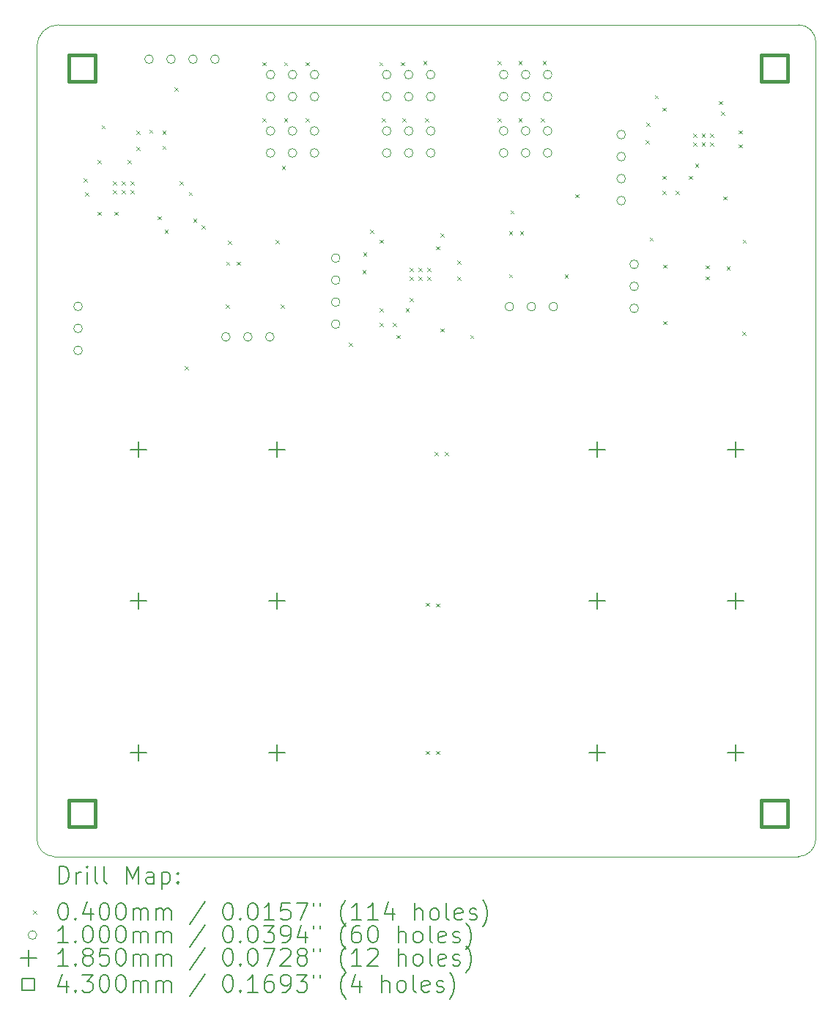
<source format=gbr>
%TF.GenerationSoftware,KiCad,Pcbnew,6.0.7*%
%TF.CreationDate,2022-11-21T21:52:06-06:00*%
%TF.ProjectId,CubesatPwrBoard,43756265-7361-4745-9077-72426f617264,rev?*%
%TF.SameCoordinates,Original*%
%TF.FileFunction,Drillmap*%
%TF.FilePolarity,Positive*%
%FSLAX45Y45*%
G04 Gerber Fmt 4.5, Leading zero omitted, Abs format (unit mm)*
G04 Created by KiCad (PCBNEW 6.0.7) date 2022-11-21 21:52:06*
%MOMM*%
%LPD*%
G01*
G04 APERTURE LIST*
%ADD10C,0.050000*%
%ADD11C,0.200000*%
%ADD12C,0.040000*%
%ADD13C,0.100000*%
%ADD14C,0.185000*%
%ADD15C,0.430000*%
G04 APERTURE END LIST*
D10*
X10665000Y-13950000D02*
X10665000Y-4800000D01*
X19465000Y-14150000D02*
G75*
G03*
X19665000Y-13950000I0J200000D01*
G01*
X10915000Y-4550000D02*
X19465000Y-4550000D01*
X19665000Y-4750000D02*
G75*
G03*
X19465000Y-4550000I-200000J0D01*
G01*
X10865000Y-14150000D02*
X19465000Y-14150000D01*
X10665000Y-13950000D02*
G75*
G03*
X10865000Y-14150000I200000J0D01*
G01*
X10915000Y-4550000D02*
G75*
G03*
X10665000Y-4800000I0J-250000D01*
G01*
X19665000Y-13950000D02*
X19665000Y-4750000D01*
D11*
D12*
X11203750Y-6325000D02*
X11243750Y-6365000D01*
X11243750Y-6325000D02*
X11203750Y-6365000D01*
X11220000Y-6483750D02*
X11260000Y-6523750D01*
X11260000Y-6483750D02*
X11220000Y-6523750D01*
X11362500Y-6108750D02*
X11402500Y-6148750D01*
X11402500Y-6108750D02*
X11362500Y-6148750D01*
X11362500Y-6708750D02*
X11402500Y-6748750D01*
X11402500Y-6708750D02*
X11362500Y-6748750D01*
X11412500Y-5708750D02*
X11452500Y-5748750D01*
X11452500Y-5708750D02*
X11412500Y-5748750D01*
X11545000Y-6358750D02*
X11585000Y-6398750D01*
X11585000Y-6358750D02*
X11545000Y-6398750D01*
X11545000Y-6458750D02*
X11585000Y-6498750D01*
X11585000Y-6458750D02*
X11545000Y-6498750D01*
X11562500Y-6708750D02*
X11602500Y-6748750D01*
X11602500Y-6708750D02*
X11562500Y-6748750D01*
X11645000Y-6358750D02*
X11685000Y-6398750D01*
X11685000Y-6358750D02*
X11645000Y-6398750D01*
X11645000Y-6458750D02*
X11685000Y-6498750D01*
X11685000Y-6458750D02*
X11645000Y-6498750D01*
X11712500Y-6108750D02*
X11752500Y-6148750D01*
X11752500Y-6108750D02*
X11712500Y-6148750D01*
X11745000Y-6358750D02*
X11785000Y-6398750D01*
X11785000Y-6358750D02*
X11745000Y-6398750D01*
X11745000Y-6458750D02*
X11785000Y-6498750D01*
X11785000Y-6458750D02*
X11745000Y-6498750D01*
X11812500Y-5772500D02*
X11852500Y-5812500D01*
X11852500Y-5772500D02*
X11812500Y-5812500D01*
X11812500Y-5958750D02*
X11852500Y-5998750D01*
X11852500Y-5958750D02*
X11812500Y-5998750D01*
X11962500Y-5758750D02*
X12002500Y-5798750D01*
X12002500Y-5758750D02*
X11962500Y-5798750D01*
X12062500Y-6758750D02*
X12102500Y-6798750D01*
X12102500Y-6758750D02*
X12062500Y-6798750D01*
X12113750Y-5773750D02*
X12153750Y-5813750D01*
X12153750Y-5773750D02*
X12113750Y-5813750D01*
X12113750Y-5946250D02*
X12153750Y-5986250D01*
X12153750Y-5946250D02*
X12113750Y-5986250D01*
X12140500Y-6913250D02*
X12180500Y-6953250D01*
X12180500Y-6913250D02*
X12140500Y-6953250D01*
X12253750Y-5275000D02*
X12293750Y-5315000D01*
X12293750Y-5275000D02*
X12253750Y-5315000D01*
X12312500Y-6358750D02*
X12352500Y-6398750D01*
X12352500Y-6358750D02*
X12312500Y-6398750D01*
X12373451Y-8488884D02*
X12413451Y-8528884D01*
X12413451Y-8488884D02*
X12373451Y-8528884D01*
X12420000Y-6480000D02*
X12460000Y-6520000D01*
X12460000Y-6480000D02*
X12420000Y-6520000D01*
X12470000Y-6790000D02*
X12510000Y-6830000D01*
X12510000Y-6790000D02*
X12470000Y-6830000D01*
X12568500Y-6867500D02*
X12608500Y-6907500D01*
X12608500Y-6867500D02*
X12568500Y-6907500D01*
X12845000Y-7781043D02*
X12885000Y-7821043D01*
X12885000Y-7781043D02*
X12845000Y-7821043D01*
X12852500Y-7283543D02*
X12892500Y-7323543D01*
X12892500Y-7283543D02*
X12852500Y-7323543D01*
X12870000Y-7042293D02*
X12910000Y-7082293D01*
X12910000Y-7042293D02*
X12870000Y-7082293D01*
X12972500Y-7283543D02*
X13012500Y-7323543D01*
X13012500Y-7283543D02*
X12972500Y-7323543D01*
X13270000Y-4980000D02*
X13310000Y-5020000D01*
X13310000Y-4980000D02*
X13270000Y-5020000D01*
X13270000Y-5630000D02*
X13310000Y-5670000D01*
X13310000Y-5630000D02*
X13270000Y-5670000D01*
X13420000Y-7031043D02*
X13460000Y-7071043D01*
X13460000Y-7031043D02*
X13420000Y-7071043D01*
X13483500Y-7780000D02*
X13523500Y-7820000D01*
X13523500Y-7780000D02*
X13483500Y-7820000D01*
X13495000Y-6180000D02*
X13535000Y-6220000D01*
X13535000Y-6180000D02*
X13495000Y-6220000D01*
X13520000Y-4980000D02*
X13560000Y-5020000D01*
X13560000Y-4980000D02*
X13520000Y-5020000D01*
X13520000Y-5630000D02*
X13560000Y-5670000D01*
X13560000Y-5630000D02*
X13520000Y-5670000D01*
X13770000Y-4980000D02*
X13810000Y-5020000D01*
X13810000Y-4980000D02*
X13770000Y-5020000D01*
X13770000Y-5630000D02*
X13810000Y-5670000D01*
X13810000Y-5630000D02*
X13770000Y-5670000D01*
X14270000Y-8216250D02*
X14310000Y-8256250D01*
X14310000Y-8216250D02*
X14270000Y-8256250D01*
X14425155Y-7380000D02*
X14465155Y-7420000D01*
X14465155Y-7380000D02*
X14425155Y-7420000D01*
X14433905Y-7180000D02*
X14473905Y-7220000D01*
X14473905Y-7180000D02*
X14433905Y-7220000D01*
X14512655Y-6917500D02*
X14552655Y-6957500D01*
X14552655Y-6917500D02*
X14512655Y-6957500D01*
X14620000Y-4980000D02*
X14660000Y-5020000D01*
X14660000Y-4980000D02*
X14620000Y-5020000D01*
X14625155Y-7030000D02*
X14665155Y-7070000D01*
X14665155Y-7030000D02*
X14625155Y-7070000D01*
X14625155Y-7818750D02*
X14665155Y-7858750D01*
X14665155Y-7818750D02*
X14625155Y-7858750D01*
X14625155Y-7991250D02*
X14665155Y-8031250D01*
X14665155Y-7991250D02*
X14625155Y-8031250D01*
X14650000Y-5630000D02*
X14690000Y-5670000D01*
X14690000Y-5630000D02*
X14650000Y-5670000D01*
X14775155Y-7991250D02*
X14815155Y-8031250D01*
X14815155Y-7991250D02*
X14775155Y-8031250D01*
X14820000Y-8130000D02*
X14860000Y-8170000D01*
X14860000Y-8130000D02*
X14820000Y-8170000D01*
X14870000Y-4980000D02*
X14910000Y-5020000D01*
X14910000Y-4980000D02*
X14870000Y-5020000D01*
X14890000Y-5630000D02*
X14930000Y-5670000D01*
X14930000Y-5630000D02*
X14890000Y-5670000D01*
X14925155Y-7818750D02*
X14965155Y-7858750D01*
X14965155Y-7818750D02*
X14925155Y-7858750D01*
X14975155Y-7355000D02*
X15015155Y-7395000D01*
X15015155Y-7355000D02*
X14975155Y-7395000D01*
X14975155Y-7455000D02*
X15015155Y-7495000D01*
X15015155Y-7455000D02*
X14975155Y-7495000D01*
X14975155Y-7705000D02*
X15015155Y-7745000D01*
X15015155Y-7705000D02*
X14975155Y-7745000D01*
X15075155Y-7355000D02*
X15115155Y-7395000D01*
X15115155Y-7355000D02*
X15075155Y-7395000D01*
X15075155Y-7455000D02*
X15115155Y-7495000D01*
X15115155Y-7455000D02*
X15075155Y-7495000D01*
X15130000Y-4970000D02*
X15170000Y-5010000D01*
X15170000Y-4970000D02*
X15130000Y-5010000D01*
X15150000Y-5630000D02*
X15190000Y-5670000D01*
X15190000Y-5630000D02*
X15150000Y-5670000D01*
X15160000Y-11220000D02*
X15200000Y-11260000D01*
X15200000Y-11220000D02*
X15160000Y-11260000D01*
X15160000Y-12930000D02*
X15200000Y-12970000D01*
X15200000Y-12930000D02*
X15160000Y-12970000D01*
X15175155Y-7355000D02*
X15215155Y-7395000D01*
X15215155Y-7355000D02*
X15175155Y-7395000D01*
X15175155Y-7455000D02*
X15215155Y-7495000D01*
X15215155Y-7455000D02*
X15175155Y-7495000D01*
X15260000Y-9480000D02*
X15300000Y-9520000D01*
X15300000Y-9480000D02*
X15260000Y-9520000D01*
X15275155Y-7105000D02*
X15315155Y-7145000D01*
X15315155Y-7105000D02*
X15275155Y-7145000D01*
X15280000Y-11230000D02*
X15320000Y-11270000D01*
X15320000Y-11230000D02*
X15280000Y-11270000D01*
X15280000Y-12930000D02*
X15320000Y-12970000D01*
X15320000Y-12930000D02*
X15280000Y-12970000D01*
X15325155Y-6955000D02*
X15365155Y-6995000D01*
X15365155Y-6955000D02*
X15325155Y-6995000D01*
X15325155Y-8055000D02*
X15365155Y-8095000D01*
X15365155Y-8055000D02*
X15325155Y-8095000D01*
X15380000Y-9480000D02*
X15420000Y-9520000D01*
X15420000Y-9480000D02*
X15380000Y-9520000D01*
X15525155Y-7268750D02*
X15565155Y-7308750D01*
X15565155Y-7268750D02*
X15525155Y-7308750D01*
X15525155Y-7455000D02*
X15565155Y-7495000D01*
X15565155Y-7455000D02*
X15525155Y-7495000D01*
X15670000Y-8130000D02*
X15710000Y-8170000D01*
X15710000Y-8130000D02*
X15670000Y-8170000D01*
X15990000Y-4970000D02*
X16030000Y-5010000D01*
X16030000Y-4970000D02*
X15990000Y-5010000D01*
X15990000Y-5630000D02*
X16030000Y-5670000D01*
X16030000Y-5630000D02*
X15990000Y-5670000D01*
X16120000Y-6932500D02*
X16160000Y-6972500D01*
X16160000Y-6932500D02*
X16120000Y-6972500D01*
X16120000Y-7427500D02*
X16160000Y-7467500D01*
X16160000Y-7427500D02*
X16120000Y-7467500D01*
X16137500Y-6691250D02*
X16177500Y-6731250D01*
X16177500Y-6691250D02*
X16137500Y-6731250D01*
X16230000Y-4970000D02*
X16270000Y-5010000D01*
X16270000Y-4970000D02*
X16230000Y-5010000D01*
X16230000Y-5630000D02*
X16270000Y-5670000D01*
X16270000Y-5630000D02*
X16230000Y-5670000D01*
X16247000Y-6932500D02*
X16287000Y-6972500D01*
X16287000Y-6932500D02*
X16247000Y-6972500D01*
X16490000Y-5630000D02*
X16530000Y-5670000D01*
X16530000Y-5630000D02*
X16490000Y-5670000D01*
X16510000Y-4970000D02*
X16550000Y-5010000D01*
X16550000Y-4970000D02*
X16510000Y-5010000D01*
X16762500Y-7430000D02*
X16802500Y-7470000D01*
X16802500Y-7430000D02*
X16762500Y-7470000D01*
X16887500Y-6505000D02*
X16927500Y-6545000D01*
X16927500Y-6505000D02*
X16887500Y-6545000D01*
X17696125Y-5880000D02*
X17736125Y-5920000D01*
X17736125Y-5880000D02*
X17696125Y-5920000D01*
X17704875Y-5680000D02*
X17744875Y-5720000D01*
X17744875Y-5680000D02*
X17704875Y-5720000D01*
X17746125Y-7005000D02*
X17786125Y-7045000D01*
X17786125Y-7005000D02*
X17746125Y-7045000D01*
X17804445Y-5361820D02*
X17844445Y-5401820D01*
X17844445Y-5361820D02*
X17804445Y-5401820D01*
X17896125Y-5505000D02*
X17936125Y-5545000D01*
X17936125Y-5505000D02*
X17896125Y-5545000D01*
X17896125Y-6293750D02*
X17936125Y-6333750D01*
X17936125Y-6293750D02*
X17896125Y-6333750D01*
X17896125Y-6466250D02*
X17936125Y-6506250D01*
X17936125Y-6466250D02*
X17896125Y-6506250D01*
X17900457Y-7318500D02*
X17940457Y-7358500D01*
X17940457Y-7318500D02*
X17900457Y-7358500D01*
X17900457Y-7968500D02*
X17940457Y-8008500D01*
X17940457Y-7968500D02*
X17900457Y-8008500D01*
X18046125Y-6466250D02*
X18086125Y-6506250D01*
X18086125Y-6466250D02*
X18046125Y-6506250D01*
X18196125Y-6293750D02*
X18236125Y-6333750D01*
X18236125Y-6293750D02*
X18196125Y-6333750D01*
X18246125Y-5805000D02*
X18286125Y-5845000D01*
X18286125Y-5805000D02*
X18246125Y-5845000D01*
X18246125Y-5905000D02*
X18286125Y-5945000D01*
X18286125Y-5905000D02*
X18246125Y-5945000D01*
X18271125Y-6155000D02*
X18311125Y-6195000D01*
X18311125Y-6155000D02*
X18271125Y-6195000D01*
X18346125Y-5805000D02*
X18386125Y-5845000D01*
X18386125Y-5805000D02*
X18346125Y-5845000D01*
X18346125Y-5905000D02*
X18386125Y-5945000D01*
X18386125Y-5905000D02*
X18346125Y-5945000D01*
X18393457Y-7326000D02*
X18433457Y-7366000D01*
X18433457Y-7326000D02*
X18393457Y-7366000D01*
X18393457Y-7453000D02*
X18433457Y-7493000D01*
X18433457Y-7453000D02*
X18393457Y-7493000D01*
X18446125Y-5805000D02*
X18486125Y-5845000D01*
X18486125Y-5805000D02*
X18446125Y-5845000D01*
X18446125Y-5905000D02*
X18486125Y-5945000D01*
X18486125Y-5905000D02*
X18446125Y-5945000D01*
X18546125Y-5430000D02*
X18586125Y-5470000D01*
X18586125Y-5430000D02*
X18546125Y-5470000D01*
X18571125Y-5555000D02*
X18611125Y-5595000D01*
X18611125Y-5555000D02*
X18571125Y-5595000D01*
X18596125Y-6530000D02*
X18636125Y-6570000D01*
X18636125Y-6530000D02*
X18596125Y-6570000D01*
X18633457Y-7341000D02*
X18673457Y-7381000D01*
X18673457Y-7341000D02*
X18633457Y-7381000D01*
X18771125Y-5768750D02*
X18811125Y-5808750D01*
X18811125Y-5768750D02*
X18771125Y-5808750D01*
X18771125Y-5930000D02*
X18811125Y-5970000D01*
X18811125Y-5930000D02*
X18771125Y-5970000D01*
X18813457Y-8091000D02*
X18853457Y-8131000D01*
X18853457Y-8091000D02*
X18813457Y-8131000D01*
X18820000Y-7030000D02*
X18860000Y-7070000D01*
X18860000Y-7030000D02*
X18820000Y-7070000D01*
D13*
X11190000Y-7800000D02*
G75*
G03*
X11190000Y-7800000I-50000J0D01*
G01*
X11190000Y-8054000D02*
G75*
G03*
X11190000Y-8054000I-50000J0D01*
G01*
X11190000Y-8308000D02*
G75*
G03*
X11190000Y-8308000I-50000J0D01*
G01*
X12010000Y-4947500D02*
G75*
G03*
X12010000Y-4947500I-50000J0D01*
G01*
X12264000Y-4947500D02*
G75*
G03*
X12264000Y-4947500I-50000J0D01*
G01*
X12518000Y-4947500D02*
G75*
G03*
X12518000Y-4947500I-50000J0D01*
G01*
X12772000Y-4947500D02*
G75*
G03*
X12772000Y-4947500I-50000J0D01*
G01*
X12898000Y-8152500D02*
G75*
G03*
X12898000Y-8152500I-50000J0D01*
G01*
X13152000Y-8152500D02*
G75*
G03*
X13152000Y-8152500I-50000J0D01*
G01*
X13406000Y-8152500D02*
G75*
G03*
X13406000Y-8152500I-50000J0D01*
G01*
X13414000Y-5125000D02*
G75*
G03*
X13414000Y-5125000I-50000J0D01*
G01*
X13414000Y-5379000D02*
G75*
G03*
X13414000Y-5379000I-50000J0D01*
G01*
X13414000Y-5775000D02*
G75*
G03*
X13414000Y-5775000I-50000J0D01*
G01*
X13414000Y-6029000D02*
G75*
G03*
X13414000Y-6029000I-50000J0D01*
G01*
X13668000Y-5125000D02*
G75*
G03*
X13668000Y-5125000I-50000J0D01*
G01*
X13668000Y-5379000D02*
G75*
G03*
X13668000Y-5379000I-50000J0D01*
G01*
X13668000Y-5775000D02*
G75*
G03*
X13668000Y-5775000I-50000J0D01*
G01*
X13668000Y-6029000D02*
G75*
G03*
X13668000Y-6029000I-50000J0D01*
G01*
X13922000Y-5125000D02*
G75*
G03*
X13922000Y-5125000I-50000J0D01*
G01*
X13922000Y-5379000D02*
G75*
G03*
X13922000Y-5379000I-50000J0D01*
G01*
X13922000Y-5775000D02*
G75*
G03*
X13922000Y-5775000I-50000J0D01*
G01*
X13922000Y-6029000D02*
G75*
G03*
X13922000Y-6029000I-50000J0D01*
G01*
X14167655Y-7243000D02*
G75*
G03*
X14167655Y-7243000I-50000J0D01*
G01*
X14167655Y-7497000D02*
G75*
G03*
X14167655Y-7497000I-50000J0D01*
G01*
X14167655Y-7751000D02*
G75*
G03*
X14167655Y-7751000I-50000J0D01*
G01*
X14167655Y-8005000D02*
G75*
G03*
X14167655Y-8005000I-50000J0D01*
G01*
X14757000Y-5125000D02*
G75*
G03*
X14757000Y-5125000I-50000J0D01*
G01*
X14757000Y-5379000D02*
G75*
G03*
X14757000Y-5379000I-50000J0D01*
G01*
X14757000Y-5775000D02*
G75*
G03*
X14757000Y-5775000I-50000J0D01*
G01*
X14757000Y-6029000D02*
G75*
G03*
X14757000Y-6029000I-50000J0D01*
G01*
X15011000Y-5125000D02*
G75*
G03*
X15011000Y-5125000I-50000J0D01*
G01*
X15011000Y-5379000D02*
G75*
G03*
X15011000Y-5379000I-50000J0D01*
G01*
X15011000Y-5775000D02*
G75*
G03*
X15011000Y-5775000I-50000J0D01*
G01*
X15011000Y-6029000D02*
G75*
G03*
X15011000Y-6029000I-50000J0D01*
G01*
X15265000Y-5125000D02*
G75*
G03*
X15265000Y-5125000I-50000J0D01*
G01*
X15265000Y-5379000D02*
G75*
G03*
X15265000Y-5379000I-50000J0D01*
G01*
X15265000Y-5775000D02*
G75*
G03*
X15265000Y-5775000I-50000J0D01*
G01*
X15265000Y-6029000D02*
G75*
G03*
X15265000Y-6029000I-50000J0D01*
G01*
X16108500Y-5125000D02*
G75*
G03*
X16108500Y-5125000I-50000J0D01*
G01*
X16108500Y-5379000D02*
G75*
G03*
X16108500Y-5379000I-50000J0D01*
G01*
X16108500Y-5775000D02*
G75*
G03*
X16108500Y-5775000I-50000J0D01*
G01*
X16108500Y-6029000D02*
G75*
G03*
X16108500Y-6029000I-50000J0D01*
G01*
X16174500Y-7802500D02*
G75*
G03*
X16174500Y-7802500I-50000J0D01*
G01*
X16362500Y-5125000D02*
G75*
G03*
X16362500Y-5125000I-50000J0D01*
G01*
X16362500Y-5379000D02*
G75*
G03*
X16362500Y-5379000I-50000J0D01*
G01*
X16362500Y-5775000D02*
G75*
G03*
X16362500Y-5775000I-50000J0D01*
G01*
X16362500Y-6029000D02*
G75*
G03*
X16362500Y-6029000I-50000J0D01*
G01*
X16428500Y-7802500D02*
G75*
G03*
X16428500Y-7802500I-50000J0D01*
G01*
X16616500Y-5125000D02*
G75*
G03*
X16616500Y-5125000I-50000J0D01*
G01*
X16616500Y-5379000D02*
G75*
G03*
X16616500Y-5379000I-50000J0D01*
G01*
X16616500Y-5775000D02*
G75*
G03*
X16616500Y-5775000I-50000J0D01*
G01*
X16616500Y-6029000D02*
G75*
G03*
X16616500Y-6029000I-50000J0D01*
G01*
X16682500Y-7802500D02*
G75*
G03*
X16682500Y-7802500I-50000J0D01*
G01*
X17466125Y-5818000D02*
G75*
G03*
X17466125Y-5818000I-50000J0D01*
G01*
X17466125Y-6072000D02*
G75*
G03*
X17466125Y-6072000I-50000J0D01*
G01*
X17466125Y-6326000D02*
G75*
G03*
X17466125Y-6326000I-50000J0D01*
G01*
X17466125Y-6580000D02*
G75*
G03*
X17466125Y-6580000I-50000J0D01*
G01*
X17615957Y-7315500D02*
G75*
G03*
X17615957Y-7315500I-50000J0D01*
G01*
X17615957Y-7569500D02*
G75*
G03*
X17615957Y-7569500I-50000J0D01*
G01*
X17615957Y-7823500D02*
G75*
G03*
X17615957Y-7823500I-50000J0D01*
G01*
D14*
X11840000Y-9357500D02*
X11840000Y-9542500D01*
X11747500Y-9450000D02*
X11932500Y-9450000D01*
X11840000Y-11107500D02*
X11840000Y-11292500D01*
X11747500Y-11200000D02*
X11932500Y-11200000D01*
X11840000Y-12857500D02*
X11840000Y-13042500D01*
X11747500Y-12950000D02*
X11932500Y-12950000D01*
X13440000Y-9357500D02*
X13440000Y-9542500D01*
X13347500Y-9450000D02*
X13532500Y-9450000D01*
X13440000Y-11107500D02*
X13440000Y-11292500D01*
X13347500Y-11200000D02*
X13532500Y-11200000D01*
X13440000Y-12857500D02*
X13440000Y-13042500D01*
X13347500Y-12950000D02*
X13532500Y-12950000D01*
X17140000Y-9357500D02*
X17140000Y-9542500D01*
X17047500Y-9450000D02*
X17232500Y-9450000D01*
X17140000Y-11107500D02*
X17140000Y-11292500D01*
X17047500Y-11200000D02*
X17232500Y-11200000D01*
X17140000Y-12857500D02*
X17140000Y-13042500D01*
X17047500Y-12950000D02*
X17232500Y-12950000D01*
X18740000Y-9357500D02*
X18740000Y-9542500D01*
X18647500Y-9450000D02*
X18832500Y-9450000D01*
X18740000Y-11107500D02*
X18740000Y-11292500D01*
X18647500Y-11200000D02*
X18832500Y-11200000D01*
X18740000Y-12857500D02*
X18740000Y-13042500D01*
X18647500Y-12950000D02*
X18832500Y-12950000D01*
D15*
X11342029Y-5202029D02*
X11342029Y-4897971D01*
X11037971Y-4897971D01*
X11037971Y-5202029D01*
X11342029Y-5202029D01*
X11342029Y-13802029D02*
X11342029Y-13497971D01*
X11037971Y-13497971D01*
X11037971Y-13802029D01*
X11342029Y-13802029D01*
X19342029Y-5202029D02*
X19342029Y-4897971D01*
X19037971Y-4897971D01*
X19037971Y-5202029D01*
X19342029Y-5202029D01*
X19342029Y-13802029D02*
X19342029Y-13497971D01*
X19037971Y-13497971D01*
X19037971Y-13802029D01*
X19342029Y-13802029D01*
D11*
X10920119Y-14462976D02*
X10920119Y-14262976D01*
X10967738Y-14262976D01*
X10996310Y-14272500D01*
X11015357Y-14291548D01*
X11024881Y-14310595D01*
X11034405Y-14348690D01*
X11034405Y-14377262D01*
X11024881Y-14415357D01*
X11015357Y-14434405D01*
X10996310Y-14453452D01*
X10967738Y-14462976D01*
X10920119Y-14462976D01*
X11120119Y-14462976D02*
X11120119Y-14329643D01*
X11120119Y-14367738D02*
X11129643Y-14348690D01*
X11139167Y-14339167D01*
X11158214Y-14329643D01*
X11177262Y-14329643D01*
X11243928Y-14462976D02*
X11243928Y-14329643D01*
X11243928Y-14262976D02*
X11234405Y-14272500D01*
X11243928Y-14282024D01*
X11253452Y-14272500D01*
X11243928Y-14262976D01*
X11243928Y-14282024D01*
X11367738Y-14462976D02*
X11348690Y-14453452D01*
X11339167Y-14434405D01*
X11339167Y-14262976D01*
X11472500Y-14462976D02*
X11453452Y-14453452D01*
X11443928Y-14434405D01*
X11443928Y-14262976D01*
X11701071Y-14462976D02*
X11701071Y-14262976D01*
X11767738Y-14405833D01*
X11834405Y-14262976D01*
X11834405Y-14462976D01*
X12015357Y-14462976D02*
X12015357Y-14358214D01*
X12005833Y-14339167D01*
X11986786Y-14329643D01*
X11948690Y-14329643D01*
X11929643Y-14339167D01*
X12015357Y-14453452D02*
X11996309Y-14462976D01*
X11948690Y-14462976D01*
X11929643Y-14453452D01*
X11920119Y-14434405D01*
X11920119Y-14415357D01*
X11929643Y-14396309D01*
X11948690Y-14386786D01*
X11996309Y-14386786D01*
X12015357Y-14377262D01*
X12110595Y-14329643D02*
X12110595Y-14529643D01*
X12110595Y-14339167D02*
X12129643Y-14329643D01*
X12167738Y-14329643D01*
X12186786Y-14339167D01*
X12196309Y-14348690D01*
X12205833Y-14367738D01*
X12205833Y-14424881D01*
X12196309Y-14443928D01*
X12186786Y-14453452D01*
X12167738Y-14462976D01*
X12129643Y-14462976D01*
X12110595Y-14453452D01*
X12291548Y-14443928D02*
X12301071Y-14453452D01*
X12291548Y-14462976D01*
X12282024Y-14453452D01*
X12291548Y-14443928D01*
X12291548Y-14462976D01*
X12291548Y-14339167D02*
X12301071Y-14348690D01*
X12291548Y-14358214D01*
X12282024Y-14348690D01*
X12291548Y-14339167D01*
X12291548Y-14358214D01*
D12*
X10622500Y-14772500D02*
X10662500Y-14812500D01*
X10662500Y-14772500D02*
X10622500Y-14812500D01*
D11*
X10958214Y-14682976D02*
X10977262Y-14682976D01*
X10996310Y-14692500D01*
X11005833Y-14702024D01*
X11015357Y-14721071D01*
X11024881Y-14759167D01*
X11024881Y-14806786D01*
X11015357Y-14844881D01*
X11005833Y-14863928D01*
X10996310Y-14873452D01*
X10977262Y-14882976D01*
X10958214Y-14882976D01*
X10939167Y-14873452D01*
X10929643Y-14863928D01*
X10920119Y-14844881D01*
X10910595Y-14806786D01*
X10910595Y-14759167D01*
X10920119Y-14721071D01*
X10929643Y-14702024D01*
X10939167Y-14692500D01*
X10958214Y-14682976D01*
X11110595Y-14863928D02*
X11120119Y-14873452D01*
X11110595Y-14882976D01*
X11101071Y-14873452D01*
X11110595Y-14863928D01*
X11110595Y-14882976D01*
X11291548Y-14749643D02*
X11291548Y-14882976D01*
X11243928Y-14673452D02*
X11196309Y-14816309D01*
X11320119Y-14816309D01*
X11434405Y-14682976D02*
X11453452Y-14682976D01*
X11472500Y-14692500D01*
X11482024Y-14702024D01*
X11491548Y-14721071D01*
X11501071Y-14759167D01*
X11501071Y-14806786D01*
X11491548Y-14844881D01*
X11482024Y-14863928D01*
X11472500Y-14873452D01*
X11453452Y-14882976D01*
X11434405Y-14882976D01*
X11415357Y-14873452D01*
X11405833Y-14863928D01*
X11396309Y-14844881D01*
X11386786Y-14806786D01*
X11386786Y-14759167D01*
X11396309Y-14721071D01*
X11405833Y-14702024D01*
X11415357Y-14692500D01*
X11434405Y-14682976D01*
X11624881Y-14682976D02*
X11643928Y-14682976D01*
X11662976Y-14692500D01*
X11672500Y-14702024D01*
X11682024Y-14721071D01*
X11691548Y-14759167D01*
X11691548Y-14806786D01*
X11682024Y-14844881D01*
X11672500Y-14863928D01*
X11662976Y-14873452D01*
X11643928Y-14882976D01*
X11624881Y-14882976D01*
X11605833Y-14873452D01*
X11596309Y-14863928D01*
X11586786Y-14844881D01*
X11577262Y-14806786D01*
X11577262Y-14759167D01*
X11586786Y-14721071D01*
X11596309Y-14702024D01*
X11605833Y-14692500D01*
X11624881Y-14682976D01*
X11777262Y-14882976D02*
X11777262Y-14749643D01*
X11777262Y-14768690D02*
X11786786Y-14759167D01*
X11805833Y-14749643D01*
X11834405Y-14749643D01*
X11853452Y-14759167D01*
X11862976Y-14778214D01*
X11862976Y-14882976D01*
X11862976Y-14778214D02*
X11872500Y-14759167D01*
X11891548Y-14749643D01*
X11920119Y-14749643D01*
X11939167Y-14759167D01*
X11948690Y-14778214D01*
X11948690Y-14882976D01*
X12043928Y-14882976D02*
X12043928Y-14749643D01*
X12043928Y-14768690D02*
X12053452Y-14759167D01*
X12072500Y-14749643D01*
X12101071Y-14749643D01*
X12120119Y-14759167D01*
X12129643Y-14778214D01*
X12129643Y-14882976D01*
X12129643Y-14778214D02*
X12139167Y-14759167D01*
X12158214Y-14749643D01*
X12186786Y-14749643D01*
X12205833Y-14759167D01*
X12215357Y-14778214D01*
X12215357Y-14882976D01*
X12605833Y-14673452D02*
X12434405Y-14930595D01*
X12862976Y-14682976D02*
X12882024Y-14682976D01*
X12901071Y-14692500D01*
X12910595Y-14702024D01*
X12920119Y-14721071D01*
X12929643Y-14759167D01*
X12929643Y-14806786D01*
X12920119Y-14844881D01*
X12910595Y-14863928D01*
X12901071Y-14873452D01*
X12882024Y-14882976D01*
X12862976Y-14882976D01*
X12843928Y-14873452D01*
X12834405Y-14863928D01*
X12824881Y-14844881D01*
X12815357Y-14806786D01*
X12815357Y-14759167D01*
X12824881Y-14721071D01*
X12834405Y-14702024D01*
X12843928Y-14692500D01*
X12862976Y-14682976D01*
X13015357Y-14863928D02*
X13024881Y-14873452D01*
X13015357Y-14882976D01*
X13005833Y-14873452D01*
X13015357Y-14863928D01*
X13015357Y-14882976D01*
X13148690Y-14682976D02*
X13167738Y-14682976D01*
X13186786Y-14692500D01*
X13196309Y-14702024D01*
X13205833Y-14721071D01*
X13215357Y-14759167D01*
X13215357Y-14806786D01*
X13205833Y-14844881D01*
X13196309Y-14863928D01*
X13186786Y-14873452D01*
X13167738Y-14882976D01*
X13148690Y-14882976D01*
X13129643Y-14873452D01*
X13120119Y-14863928D01*
X13110595Y-14844881D01*
X13101071Y-14806786D01*
X13101071Y-14759167D01*
X13110595Y-14721071D01*
X13120119Y-14702024D01*
X13129643Y-14692500D01*
X13148690Y-14682976D01*
X13405833Y-14882976D02*
X13291548Y-14882976D01*
X13348690Y-14882976D02*
X13348690Y-14682976D01*
X13329643Y-14711548D01*
X13310595Y-14730595D01*
X13291548Y-14740119D01*
X13586786Y-14682976D02*
X13491548Y-14682976D01*
X13482024Y-14778214D01*
X13491548Y-14768690D01*
X13510595Y-14759167D01*
X13558214Y-14759167D01*
X13577262Y-14768690D01*
X13586786Y-14778214D01*
X13596309Y-14797262D01*
X13596309Y-14844881D01*
X13586786Y-14863928D01*
X13577262Y-14873452D01*
X13558214Y-14882976D01*
X13510595Y-14882976D01*
X13491548Y-14873452D01*
X13482024Y-14863928D01*
X13662976Y-14682976D02*
X13796309Y-14682976D01*
X13710595Y-14882976D01*
X13862976Y-14682976D02*
X13862976Y-14721071D01*
X13939167Y-14682976D02*
X13939167Y-14721071D01*
X14234405Y-14959167D02*
X14224881Y-14949643D01*
X14205833Y-14921071D01*
X14196309Y-14902024D01*
X14186786Y-14873452D01*
X14177262Y-14825833D01*
X14177262Y-14787738D01*
X14186786Y-14740119D01*
X14196309Y-14711548D01*
X14205833Y-14692500D01*
X14224881Y-14663928D01*
X14234405Y-14654405D01*
X14415357Y-14882976D02*
X14301071Y-14882976D01*
X14358214Y-14882976D02*
X14358214Y-14682976D01*
X14339167Y-14711548D01*
X14320119Y-14730595D01*
X14301071Y-14740119D01*
X14605833Y-14882976D02*
X14491548Y-14882976D01*
X14548690Y-14882976D02*
X14548690Y-14682976D01*
X14529643Y-14711548D01*
X14510595Y-14730595D01*
X14491548Y-14740119D01*
X14777262Y-14749643D02*
X14777262Y-14882976D01*
X14729643Y-14673452D02*
X14682024Y-14816309D01*
X14805833Y-14816309D01*
X15034405Y-14882976D02*
X15034405Y-14682976D01*
X15120119Y-14882976D02*
X15120119Y-14778214D01*
X15110595Y-14759167D01*
X15091548Y-14749643D01*
X15062976Y-14749643D01*
X15043928Y-14759167D01*
X15034405Y-14768690D01*
X15243928Y-14882976D02*
X15224881Y-14873452D01*
X15215357Y-14863928D01*
X15205833Y-14844881D01*
X15205833Y-14787738D01*
X15215357Y-14768690D01*
X15224881Y-14759167D01*
X15243928Y-14749643D01*
X15272500Y-14749643D01*
X15291548Y-14759167D01*
X15301071Y-14768690D01*
X15310595Y-14787738D01*
X15310595Y-14844881D01*
X15301071Y-14863928D01*
X15291548Y-14873452D01*
X15272500Y-14882976D01*
X15243928Y-14882976D01*
X15424881Y-14882976D02*
X15405833Y-14873452D01*
X15396309Y-14854405D01*
X15396309Y-14682976D01*
X15577262Y-14873452D02*
X15558214Y-14882976D01*
X15520119Y-14882976D01*
X15501071Y-14873452D01*
X15491548Y-14854405D01*
X15491548Y-14778214D01*
X15501071Y-14759167D01*
X15520119Y-14749643D01*
X15558214Y-14749643D01*
X15577262Y-14759167D01*
X15586786Y-14778214D01*
X15586786Y-14797262D01*
X15491548Y-14816309D01*
X15662976Y-14873452D02*
X15682024Y-14882976D01*
X15720119Y-14882976D01*
X15739167Y-14873452D01*
X15748690Y-14854405D01*
X15748690Y-14844881D01*
X15739167Y-14825833D01*
X15720119Y-14816309D01*
X15691548Y-14816309D01*
X15672500Y-14806786D01*
X15662976Y-14787738D01*
X15662976Y-14778214D01*
X15672500Y-14759167D01*
X15691548Y-14749643D01*
X15720119Y-14749643D01*
X15739167Y-14759167D01*
X15815357Y-14959167D02*
X15824881Y-14949643D01*
X15843928Y-14921071D01*
X15853452Y-14902024D01*
X15862976Y-14873452D01*
X15872500Y-14825833D01*
X15872500Y-14787738D01*
X15862976Y-14740119D01*
X15853452Y-14711548D01*
X15843928Y-14692500D01*
X15824881Y-14663928D01*
X15815357Y-14654405D01*
D13*
X10662500Y-15056500D02*
G75*
G03*
X10662500Y-15056500I-50000J0D01*
G01*
D11*
X11024881Y-15146976D02*
X10910595Y-15146976D01*
X10967738Y-15146976D02*
X10967738Y-14946976D01*
X10948690Y-14975548D01*
X10929643Y-14994595D01*
X10910595Y-15004119D01*
X11110595Y-15127928D02*
X11120119Y-15137452D01*
X11110595Y-15146976D01*
X11101071Y-15137452D01*
X11110595Y-15127928D01*
X11110595Y-15146976D01*
X11243928Y-14946976D02*
X11262976Y-14946976D01*
X11282024Y-14956500D01*
X11291548Y-14966024D01*
X11301071Y-14985071D01*
X11310595Y-15023167D01*
X11310595Y-15070786D01*
X11301071Y-15108881D01*
X11291548Y-15127928D01*
X11282024Y-15137452D01*
X11262976Y-15146976D01*
X11243928Y-15146976D01*
X11224881Y-15137452D01*
X11215357Y-15127928D01*
X11205833Y-15108881D01*
X11196309Y-15070786D01*
X11196309Y-15023167D01*
X11205833Y-14985071D01*
X11215357Y-14966024D01*
X11224881Y-14956500D01*
X11243928Y-14946976D01*
X11434405Y-14946976D02*
X11453452Y-14946976D01*
X11472500Y-14956500D01*
X11482024Y-14966024D01*
X11491548Y-14985071D01*
X11501071Y-15023167D01*
X11501071Y-15070786D01*
X11491548Y-15108881D01*
X11482024Y-15127928D01*
X11472500Y-15137452D01*
X11453452Y-15146976D01*
X11434405Y-15146976D01*
X11415357Y-15137452D01*
X11405833Y-15127928D01*
X11396309Y-15108881D01*
X11386786Y-15070786D01*
X11386786Y-15023167D01*
X11396309Y-14985071D01*
X11405833Y-14966024D01*
X11415357Y-14956500D01*
X11434405Y-14946976D01*
X11624881Y-14946976D02*
X11643928Y-14946976D01*
X11662976Y-14956500D01*
X11672500Y-14966024D01*
X11682024Y-14985071D01*
X11691548Y-15023167D01*
X11691548Y-15070786D01*
X11682024Y-15108881D01*
X11672500Y-15127928D01*
X11662976Y-15137452D01*
X11643928Y-15146976D01*
X11624881Y-15146976D01*
X11605833Y-15137452D01*
X11596309Y-15127928D01*
X11586786Y-15108881D01*
X11577262Y-15070786D01*
X11577262Y-15023167D01*
X11586786Y-14985071D01*
X11596309Y-14966024D01*
X11605833Y-14956500D01*
X11624881Y-14946976D01*
X11777262Y-15146976D02*
X11777262Y-15013643D01*
X11777262Y-15032690D02*
X11786786Y-15023167D01*
X11805833Y-15013643D01*
X11834405Y-15013643D01*
X11853452Y-15023167D01*
X11862976Y-15042214D01*
X11862976Y-15146976D01*
X11862976Y-15042214D02*
X11872500Y-15023167D01*
X11891548Y-15013643D01*
X11920119Y-15013643D01*
X11939167Y-15023167D01*
X11948690Y-15042214D01*
X11948690Y-15146976D01*
X12043928Y-15146976D02*
X12043928Y-15013643D01*
X12043928Y-15032690D02*
X12053452Y-15023167D01*
X12072500Y-15013643D01*
X12101071Y-15013643D01*
X12120119Y-15023167D01*
X12129643Y-15042214D01*
X12129643Y-15146976D01*
X12129643Y-15042214D02*
X12139167Y-15023167D01*
X12158214Y-15013643D01*
X12186786Y-15013643D01*
X12205833Y-15023167D01*
X12215357Y-15042214D01*
X12215357Y-15146976D01*
X12605833Y-14937452D02*
X12434405Y-15194595D01*
X12862976Y-14946976D02*
X12882024Y-14946976D01*
X12901071Y-14956500D01*
X12910595Y-14966024D01*
X12920119Y-14985071D01*
X12929643Y-15023167D01*
X12929643Y-15070786D01*
X12920119Y-15108881D01*
X12910595Y-15127928D01*
X12901071Y-15137452D01*
X12882024Y-15146976D01*
X12862976Y-15146976D01*
X12843928Y-15137452D01*
X12834405Y-15127928D01*
X12824881Y-15108881D01*
X12815357Y-15070786D01*
X12815357Y-15023167D01*
X12824881Y-14985071D01*
X12834405Y-14966024D01*
X12843928Y-14956500D01*
X12862976Y-14946976D01*
X13015357Y-15127928D02*
X13024881Y-15137452D01*
X13015357Y-15146976D01*
X13005833Y-15137452D01*
X13015357Y-15127928D01*
X13015357Y-15146976D01*
X13148690Y-14946976D02*
X13167738Y-14946976D01*
X13186786Y-14956500D01*
X13196309Y-14966024D01*
X13205833Y-14985071D01*
X13215357Y-15023167D01*
X13215357Y-15070786D01*
X13205833Y-15108881D01*
X13196309Y-15127928D01*
X13186786Y-15137452D01*
X13167738Y-15146976D01*
X13148690Y-15146976D01*
X13129643Y-15137452D01*
X13120119Y-15127928D01*
X13110595Y-15108881D01*
X13101071Y-15070786D01*
X13101071Y-15023167D01*
X13110595Y-14985071D01*
X13120119Y-14966024D01*
X13129643Y-14956500D01*
X13148690Y-14946976D01*
X13282024Y-14946976D02*
X13405833Y-14946976D01*
X13339167Y-15023167D01*
X13367738Y-15023167D01*
X13386786Y-15032690D01*
X13396309Y-15042214D01*
X13405833Y-15061262D01*
X13405833Y-15108881D01*
X13396309Y-15127928D01*
X13386786Y-15137452D01*
X13367738Y-15146976D01*
X13310595Y-15146976D01*
X13291548Y-15137452D01*
X13282024Y-15127928D01*
X13501071Y-15146976D02*
X13539167Y-15146976D01*
X13558214Y-15137452D01*
X13567738Y-15127928D01*
X13586786Y-15099357D01*
X13596309Y-15061262D01*
X13596309Y-14985071D01*
X13586786Y-14966024D01*
X13577262Y-14956500D01*
X13558214Y-14946976D01*
X13520119Y-14946976D01*
X13501071Y-14956500D01*
X13491548Y-14966024D01*
X13482024Y-14985071D01*
X13482024Y-15032690D01*
X13491548Y-15051738D01*
X13501071Y-15061262D01*
X13520119Y-15070786D01*
X13558214Y-15070786D01*
X13577262Y-15061262D01*
X13586786Y-15051738D01*
X13596309Y-15032690D01*
X13767738Y-15013643D02*
X13767738Y-15146976D01*
X13720119Y-14937452D02*
X13672500Y-15080309D01*
X13796309Y-15080309D01*
X13862976Y-14946976D02*
X13862976Y-14985071D01*
X13939167Y-14946976D02*
X13939167Y-14985071D01*
X14234405Y-15223167D02*
X14224881Y-15213643D01*
X14205833Y-15185071D01*
X14196309Y-15166024D01*
X14186786Y-15137452D01*
X14177262Y-15089833D01*
X14177262Y-15051738D01*
X14186786Y-15004119D01*
X14196309Y-14975548D01*
X14205833Y-14956500D01*
X14224881Y-14927928D01*
X14234405Y-14918405D01*
X14396309Y-14946976D02*
X14358214Y-14946976D01*
X14339167Y-14956500D01*
X14329643Y-14966024D01*
X14310595Y-14994595D01*
X14301071Y-15032690D01*
X14301071Y-15108881D01*
X14310595Y-15127928D01*
X14320119Y-15137452D01*
X14339167Y-15146976D01*
X14377262Y-15146976D01*
X14396309Y-15137452D01*
X14405833Y-15127928D01*
X14415357Y-15108881D01*
X14415357Y-15061262D01*
X14405833Y-15042214D01*
X14396309Y-15032690D01*
X14377262Y-15023167D01*
X14339167Y-15023167D01*
X14320119Y-15032690D01*
X14310595Y-15042214D01*
X14301071Y-15061262D01*
X14539167Y-14946976D02*
X14558214Y-14946976D01*
X14577262Y-14956500D01*
X14586786Y-14966024D01*
X14596309Y-14985071D01*
X14605833Y-15023167D01*
X14605833Y-15070786D01*
X14596309Y-15108881D01*
X14586786Y-15127928D01*
X14577262Y-15137452D01*
X14558214Y-15146976D01*
X14539167Y-15146976D01*
X14520119Y-15137452D01*
X14510595Y-15127928D01*
X14501071Y-15108881D01*
X14491548Y-15070786D01*
X14491548Y-15023167D01*
X14501071Y-14985071D01*
X14510595Y-14966024D01*
X14520119Y-14956500D01*
X14539167Y-14946976D01*
X14843928Y-15146976D02*
X14843928Y-14946976D01*
X14929643Y-15146976D02*
X14929643Y-15042214D01*
X14920119Y-15023167D01*
X14901071Y-15013643D01*
X14872500Y-15013643D01*
X14853452Y-15023167D01*
X14843928Y-15032690D01*
X15053452Y-15146976D02*
X15034405Y-15137452D01*
X15024881Y-15127928D01*
X15015357Y-15108881D01*
X15015357Y-15051738D01*
X15024881Y-15032690D01*
X15034405Y-15023167D01*
X15053452Y-15013643D01*
X15082024Y-15013643D01*
X15101071Y-15023167D01*
X15110595Y-15032690D01*
X15120119Y-15051738D01*
X15120119Y-15108881D01*
X15110595Y-15127928D01*
X15101071Y-15137452D01*
X15082024Y-15146976D01*
X15053452Y-15146976D01*
X15234405Y-15146976D02*
X15215357Y-15137452D01*
X15205833Y-15118405D01*
X15205833Y-14946976D01*
X15386786Y-15137452D02*
X15367738Y-15146976D01*
X15329643Y-15146976D01*
X15310595Y-15137452D01*
X15301071Y-15118405D01*
X15301071Y-15042214D01*
X15310595Y-15023167D01*
X15329643Y-15013643D01*
X15367738Y-15013643D01*
X15386786Y-15023167D01*
X15396309Y-15042214D01*
X15396309Y-15061262D01*
X15301071Y-15080309D01*
X15472500Y-15137452D02*
X15491548Y-15146976D01*
X15529643Y-15146976D01*
X15548690Y-15137452D01*
X15558214Y-15118405D01*
X15558214Y-15108881D01*
X15548690Y-15089833D01*
X15529643Y-15080309D01*
X15501071Y-15080309D01*
X15482024Y-15070786D01*
X15472500Y-15051738D01*
X15472500Y-15042214D01*
X15482024Y-15023167D01*
X15501071Y-15013643D01*
X15529643Y-15013643D01*
X15548690Y-15023167D01*
X15624881Y-15223167D02*
X15634405Y-15213643D01*
X15653452Y-15185071D01*
X15662976Y-15166024D01*
X15672500Y-15137452D01*
X15682024Y-15089833D01*
X15682024Y-15051738D01*
X15672500Y-15004119D01*
X15662976Y-14975548D01*
X15653452Y-14956500D01*
X15634405Y-14927928D01*
X15624881Y-14918405D01*
D14*
X10570000Y-15228000D02*
X10570000Y-15413000D01*
X10477500Y-15320500D02*
X10662500Y-15320500D01*
D11*
X11024881Y-15410976D02*
X10910595Y-15410976D01*
X10967738Y-15410976D02*
X10967738Y-15210976D01*
X10948690Y-15239548D01*
X10929643Y-15258595D01*
X10910595Y-15268119D01*
X11110595Y-15391928D02*
X11120119Y-15401452D01*
X11110595Y-15410976D01*
X11101071Y-15401452D01*
X11110595Y-15391928D01*
X11110595Y-15410976D01*
X11234405Y-15296690D02*
X11215357Y-15287167D01*
X11205833Y-15277643D01*
X11196309Y-15258595D01*
X11196309Y-15249071D01*
X11205833Y-15230024D01*
X11215357Y-15220500D01*
X11234405Y-15210976D01*
X11272500Y-15210976D01*
X11291548Y-15220500D01*
X11301071Y-15230024D01*
X11310595Y-15249071D01*
X11310595Y-15258595D01*
X11301071Y-15277643D01*
X11291548Y-15287167D01*
X11272500Y-15296690D01*
X11234405Y-15296690D01*
X11215357Y-15306214D01*
X11205833Y-15315738D01*
X11196309Y-15334786D01*
X11196309Y-15372881D01*
X11205833Y-15391928D01*
X11215357Y-15401452D01*
X11234405Y-15410976D01*
X11272500Y-15410976D01*
X11291548Y-15401452D01*
X11301071Y-15391928D01*
X11310595Y-15372881D01*
X11310595Y-15334786D01*
X11301071Y-15315738D01*
X11291548Y-15306214D01*
X11272500Y-15296690D01*
X11491548Y-15210976D02*
X11396309Y-15210976D01*
X11386786Y-15306214D01*
X11396309Y-15296690D01*
X11415357Y-15287167D01*
X11462976Y-15287167D01*
X11482024Y-15296690D01*
X11491548Y-15306214D01*
X11501071Y-15325262D01*
X11501071Y-15372881D01*
X11491548Y-15391928D01*
X11482024Y-15401452D01*
X11462976Y-15410976D01*
X11415357Y-15410976D01*
X11396309Y-15401452D01*
X11386786Y-15391928D01*
X11624881Y-15210976D02*
X11643928Y-15210976D01*
X11662976Y-15220500D01*
X11672500Y-15230024D01*
X11682024Y-15249071D01*
X11691548Y-15287167D01*
X11691548Y-15334786D01*
X11682024Y-15372881D01*
X11672500Y-15391928D01*
X11662976Y-15401452D01*
X11643928Y-15410976D01*
X11624881Y-15410976D01*
X11605833Y-15401452D01*
X11596309Y-15391928D01*
X11586786Y-15372881D01*
X11577262Y-15334786D01*
X11577262Y-15287167D01*
X11586786Y-15249071D01*
X11596309Y-15230024D01*
X11605833Y-15220500D01*
X11624881Y-15210976D01*
X11777262Y-15410976D02*
X11777262Y-15277643D01*
X11777262Y-15296690D02*
X11786786Y-15287167D01*
X11805833Y-15277643D01*
X11834405Y-15277643D01*
X11853452Y-15287167D01*
X11862976Y-15306214D01*
X11862976Y-15410976D01*
X11862976Y-15306214D02*
X11872500Y-15287167D01*
X11891548Y-15277643D01*
X11920119Y-15277643D01*
X11939167Y-15287167D01*
X11948690Y-15306214D01*
X11948690Y-15410976D01*
X12043928Y-15410976D02*
X12043928Y-15277643D01*
X12043928Y-15296690D02*
X12053452Y-15287167D01*
X12072500Y-15277643D01*
X12101071Y-15277643D01*
X12120119Y-15287167D01*
X12129643Y-15306214D01*
X12129643Y-15410976D01*
X12129643Y-15306214D02*
X12139167Y-15287167D01*
X12158214Y-15277643D01*
X12186786Y-15277643D01*
X12205833Y-15287167D01*
X12215357Y-15306214D01*
X12215357Y-15410976D01*
X12605833Y-15201452D02*
X12434405Y-15458595D01*
X12862976Y-15210976D02*
X12882024Y-15210976D01*
X12901071Y-15220500D01*
X12910595Y-15230024D01*
X12920119Y-15249071D01*
X12929643Y-15287167D01*
X12929643Y-15334786D01*
X12920119Y-15372881D01*
X12910595Y-15391928D01*
X12901071Y-15401452D01*
X12882024Y-15410976D01*
X12862976Y-15410976D01*
X12843928Y-15401452D01*
X12834405Y-15391928D01*
X12824881Y-15372881D01*
X12815357Y-15334786D01*
X12815357Y-15287167D01*
X12824881Y-15249071D01*
X12834405Y-15230024D01*
X12843928Y-15220500D01*
X12862976Y-15210976D01*
X13015357Y-15391928D02*
X13024881Y-15401452D01*
X13015357Y-15410976D01*
X13005833Y-15401452D01*
X13015357Y-15391928D01*
X13015357Y-15410976D01*
X13148690Y-15210976D02*
X13167738Y-15210976D01*
X13186786Y-15220500D01*
X13196309Y-15230024D01*
X13205833Y-15249071D01*
X13215357Y-15287167D01*
X13215357Y-15334786D01*
X13205833Y-15372881D01*
X13196309Y-15391928D01*
X13186786Y-15401452D01*
X13167738Y-15410976D01*
X13148690Y-15410976D01*
X13129643Y-15401452D01*
X13120119Y-15391928D01*
X13110595Y-15372881D01*
X13101071Y-15334786D01*
X13101071Y-15287167D01*
X13110595Y-15249071D01*
X13120119Y-15230024D01*
X13129643Y-15220500D01*
X13148690Y-15210976D01*
X13282024Y-15210976D02*
X13415357Y-15210976D01*
X13329643Y-15410976D01*
X13482024Y-15230024D02*
X13491548Y-15220500D01*
X13510595Y-15210976D01*
X13558214Y-15210976D01*
X13577262Y-15220500D01*
X13586786Y-15230024D01*
X13596309Y-15249071D01*
X13596309Y-15268119D01*
X13586786Y-15296690D01*
X13472500Y-15410976D01*
X13596309Y-15410976D01*
X13710595Y-15296690D02*
X13691548Y-15287167D01*
X13682024Y-15277643D01*
X13672500Y-15258595D01*
X13672500Y-15249071D01*
X13682024Y-15230024D01*
X13691548Y-15220500D01*
X13710595Y-15210976D01*
X13748690Y-15210976D01*
X13767738Y-15220500D01*
X13777262Y-15230024D01*
X13786786Y-15249071D01*
X13786786Y-15258595D01*
X13777262Y-15277643D01*
X13767738Y-15287167D01*
X13748690Y-15296690D01*
X13710595Y-15296690D01*
X13691548Y-15306214D01*
X13682024Y-15315738D01*
X13672500Y-15334786D01*
X13672500Y-15372881D01*
X13682024Y-15391928D01*
X13691548Y-15401452D01*
X13710595Y-15410976D01*
X13748690Y-15410976D01*
X13767738Y-15401452D01*
X13777262Y-15391928D01*
X13786786Y-15372881D01*
X13786786Y-15334786D01*
X13777262Y-15315738D01*
X13767738Y-15306214D01*
X13748690Y-15296690D01*
X13862976Y-15210976D02*
X13862976Y-15249071D01*
X13939167Y-15210976D02*
X13939167Y-15249071D01*
X14234405Y-15487167D02*
X14224881Y-15477643D01*
X14205833Y-15449071D01*
X14196309Y-15430024D01*
X14186786Y-15401452D01*
X14177262Y-15353833D01*
X14177262Y-15315738D01*
X14186786Y-15268119D01*
X14196309Y-15239548D01*
X14205833Y-15220500D01*
X14224881Y-15191928D01*
X14234405Y-15182405D01*
X14415357Y-15410976D02*
X14301071Y-15410976D01*
X14358214Y-15410976D02*
X14358214Y-15210976D01*
X14339167Y-15239548D01*
X14320119Y-15258595D01*
X14301071Y-15268119D01*
X14491548Y-15230024D02*
X14501071Y-15220500D01*
X14520119Y-15210976D01*
X14567738Y-15210976D01*
X14586786Y-15220500D01*
X14596309Y-15230024D01*
X14605833Y-15249071D01*
X14605833Y-15268119D01*
X14596309Y-15296690D01*
X14482024Y-15410976D01*
X14605833Y-15410976D01*
X14843928Y-15410976D02*
X14843928Y-15210976D01*
X14929643Y-15410976D02*
X14929643Y-15306214D01*
X14920119Y-15287167D01*
X14901071Y-15277643D01*
X14872500Y-15277643D01*
X14853452Y-15287167D01*
X14843928Y-15296690D01*
X15053452Y-15410976D02*
X15034405Y-15401452D01*
X15024881Y-15391928D01*
X15015357Y-15372881D01*
X15015357Y-15315738D01*
X15024881Y-15296690D01*
X15034405Y-15287167D01*
X15053452Y-15277643D01*
X15082024Y-15277643D01*
X15101071Y-15287167D01*
X15110595Y-15296690D01*
X15120119Y-15315738D01*
X15120119Y-15372881D01*
X15110595Y-15391928D01*
X15101071Y-15401452D01*
X15082024Y-15410976D01*
X15053452Y-15410976D01*
X15234405Y-15410976D02*
X15215357Y-15401452D01*
X15205833Y-15382405D01*
X15205833Y-15210976D01*
X15386786Y-15401452D02*
X15367738Y-15410976D01*
X15329643Y-15410976D01*
X15310595Y-15401452D01*
X15301071Y-15382405D01*
X15301071Y-15306214D01*
X15310595Y-15287167D01*
X15329643Y-15277643D01*
X15367738Y-15277643D01*
X15386786Y-15287167D01*
X15396309Y-15306214D01*
X15396309Y-15325262D01*
X15301071Y-15344309D01*
X15472500Y-15401452D02*
X15491548Y-15410976D01*
X15529643Y-15410976D01*
X15548690Y-15401452D01*
X15558214Y-15382405D01*
X15558214Y-15372881D01*
X15548690Y-15353833D01*
X15529643Y-15344309D01*
X15501071Y-15344309D01*
X15482024Y-15334786D01*
X15472500Y-15315738D01*
X15472500Y-15306214D01*
X15482024Y-15287167D01*
X15501071Y-15277643D01*
X15529643Y-15277643D01*
X15548690Y-15287167D01*
X15624881Y-15487167D02*
X15634405Y-15477643D01*
X15653452Y-15449071D01*
X15662976Y-15430024D01*
X15672500Y-15401452D01*
X15682024Y-15353833D01*
X15682024Y-15315738D01*
X15672500Y-15268119D01*
X15662976Y-15239548D01*
X15653452Y-15220500D01*
X15634405Y-15191928D01*
X15624881Y-15182405D01*
X10633211Y-15696211D02*
X10633211Y-15554789D01*
X10491789Y-15554789D01*
X10491789Y-15696211D01*
X10633211Y-15696211D01*
X11005833Y-15582643D02*
X11005833Y-15715976D01*
X10958214Y-15506452D02*
X10910595Y-15649309D01*
X11034405Y-15649309D01*
X11110595Y-15696928D02*
X11120119Y-15706452D01*
X11110595Y-15715976D01*
X11101071Y-15706452D01*
X11110595Y-15696928D01*
X11110595Y-15715976D01*
X11186786Y-15515976D02*
X11310595Y-15515976D01*
X11243928Y-15592167D01*
X11272500Y-15592167D01*
X11291548Y-15601690D01*
X11301071Y-15611214D01*
X11310595Y-15630262D01*
X11310595Y-15677881D01*
X11301071Y-15696928D01*
X11291548Y-15706452D01*
X11272500Y-15715976D01*
X11215357Y-15715976D01*
X11196309Y-15706452D01*
X11186786Y-15696928D01*
X11434405Y-15515976D02*
X11453452Y-15515976D01*
X11472500Y-15525500D01*
X11482024Y-15535024D01*
X11491548Y-15554071D01*
X11501071Y-15592167D01*
X11501071Y-15639786D01*
X11491548Y-15677881D01*
X11482024Y-15696928D01*
X11472500Y-15706452D01*
X11453452Y-15715976D01*
X11434405Y-15715976D01*
X11415357Y-15706452D01*
X11405833Y-15696928D01*
X11396309Y-15677881D01*
X11386786Y-15639786D01*
X11386786Y-15592167D01*
X11396309Y-15554071D01*
X11405833Y-15535024D01*
X11415357Y-15525500D01*
X11434405Y-15515976D01*
X11624881Y-15515976D02*
X11643928Y-15515976D01*
X11662976Y-15525500D01*
X11672500Y-15535024D01*
X11682024Y-15554071D01*
X11691548Y-15592167D01*
X11691548Y-15639786D01*
X11682024Y-15677881D01*
X11672500Y-15696928D01*
X11662976Y-15706452D01*
X11643928Y-15715976D01*
X11624881Y-15715976D01*
X11605833Y-15706452D01*
X11596309Y-15696928D01*
X11586786Y-15677881D01*
X11577262Y-15639786D01*
X11577262Y-15592167D01*
X11586786Y-15554071D01*
X11596309Y-15535024D01*
X11605833Y-15525500D01*
X11624881Y-15515976D01*
X11777262Y-15715976D02*
X11777262Y-15582643D01*
X11777262Y-15601690D02*
X11786786Y-15592167D01*
X11805833Y-15582643D01*
X11834405Y-15582643D01*
X11853452Y-15592167D01*
X11862976Y-15611214D01*
X11862976Y-15715976D01*
X11862976Y-15611214D02*
X11872500Y-15592167D01*
X11891548Y-15582643D01*
X11920119Y-15582643D01*
X11939167Y-15592167D01*
X11948690Y-15611214D01*
X11948690Y-15715976D01*
X12043928Y-15715976D02*
X12043928Y-15582643D01*
X12043928Y-15601690D02*
X12053452Y-15592167D01*
X12072500Y-15582643D01*
X12101071Y-15582643D01*
X12120119Y-15592167D01*
X12129643Y-15611214D01*
X12129643Y-15715976D01*
X12129643Y-15611214D02*
X12139167Y-15592167D01*
X12158214Y-15582643D01*
X12186786Y-15582643D01*
X12205833Y-15592167D01*
X12215357Y-15611214D01*
X12215357Y-15715976D01*
X12605833Y-15506452D02*
X12434405Y-15763595D01*
X12862976Y-15515976D02*
X12882024Y-15515976D01*
X12901071Y-15525500D01*
X12910595Y-15535024D01*
X12920119Y-15554071D01*
X12929643Y-15592167D01*
X12929643Y-15639786D01*
X12920119Y-15677881D01*
X12910595Y-15696928D01*
X12901071Y-15706452D01*
X12882024Y-15715976D01*
X12862976Y-15715976D01*
X12843928Y-15706452D01*
X12834405Y-15696928D01*
X12824881Y-15677881D01*
X12815357Y-15639786D01*
X12815357Y-15592167D01*
X12824881Y-15554071D01*
X12834405Y-15535024D01*
X12843928Y-15525500D01*
X12862976Y-15515976D01*
X13015357Y-15696928D02*
X13024881Y-15706452D01*
X13015357Y-15715976D01*
X13005833Y-15706452D01*
X13015357Y-15696928D01*
X13015357Y-15715976D01*
X13215357Y-15715976D02*
X13101071Y-15715976D01*
X13158214Y-15715976D02*
X13158214Y-15515976D01*
X13139167Y-15544548D01*
X13120119Y-15563595D01*
X13101071Y-15573119D01*
X13386786Y-15515976D02*
X13348690Y-15515976D01*
X13329643Y-15525500D01*
X13320119Y-15535024D01*
X13301071Y-15563595D01*
X13291548Y-15601690D01*
X13291548Y-15677881D01*
X13301071Y-15696928D01*
X13310595Y-15706452D01*
X13329643Y-15715976D01*
X13367738Y-15715976D01*
X13386786Y-15706452D01*
X13396309Y-15696928D01*
X13405833Y-15677881D01*
X13405833Y-15630262D01*
X13396309Y-15611214D01*
X13386786Y-15601690D01*
X13367738Y-15592167D01*
X13329643Y-15592167D01*
X13310595Y-15601690D01*
X13301071Y-15611214D01*
X13291548Y-15630262D01*
X13501071Y-15715976D02*
X13539167Y-15715976D01*
X13558214Y-15706452D01*
X13567738Y-15696928D01*
X13586786Y-15668357D01*
X13596309Y-15630262D01*
X13596309Y-15554071D01*
X13586786Y-15535024D01*
X13577262Y-15525500D01*
X13558214Y-15515976D01*
X13520119Y-15515976D01*
X13501071Y-15525500D01*
X13491548Y-15535024D01*
X13482024Y-15554071D01*
X13482024Y-15601690D01*
X13491548Y-15620738D01*
X13501071Y-15630262D01*
X13520119Y-15639786D01*
X13558214Y-15639786D01*
X13577262Y-15630262D01*
X13586786Y-15620738D01*
X13596309Y-15601690D01*
X13662976Y-15515976D02*
X13786786Y-15515976D01*
X13720119Y-15592167D01*
X13748690Y-15592167D01*
X13767738Y-15601690D01*
X13777262Y-15611214D01*
X13786786Y-15630262D01*
X13786786Y-15677881D01*
X13777262Y-15696928D01*
X13767738Y-15706452D01*
X13748690Y-15715976D01*
X13691548Y-15715976D01*
X13672500Y-15706452D01*
X13662976Y-15696928D01*
X13862976Y-15515976D02*
X13862976Y-15554071D01*
X13939167Y-15515976D02*
X13939167Y-15554071D01*
X14234405Y-15792167D02*
X14224881Y-15782643D01*
X14205833Y-15754071D01*
X14196309Y-15735024D01*
X14186786Y-15706452D01*
X14177262Y-15658833D01*
X14177262Y-15620738D01*
X14186786Y-15573119D01*
X14196309Y-15544548D01*
X14205833Y-15525500D01*
X14224881Y-15496928D01*
X14234405Y-15487405D01*
X14396309Y-15582643D02*
X14396309Y-15715976D01*
X14348690Y-15506452D02*
X14301071Y-15649309D01*
X14424881Y-15649309D01*
X14653452Y-15715976D02*
X14653452Y-15515976D01*
X14739167Y-15715976D02*
X14739167Y-15611214D01*
X14729643Y-15592167D01*
X14710595Y-15582643D01*
X14682024Y-15582643D01*
X14662976Y-15592167D01*
X14653452Y-15601690D01*
X14862976Y-15715976D02*
X14843928Y-15706452D01*
X14834405Y-15696928D01*
X14824881Y-15677881D01*
X14824881Y-15620738D01*
X14834405Y-15601690D01*
X14843928Y-15592167D01*
X14862976Y-15582643D01*
X14891548Y-15582643D01*
X14910595Y-15592167D01*
X14920119Y-15601690D01*
X14929643Y-15620738D01*
X14929643Y-15677881D01*
X14920119Y-15696928D01*
X14910595Y-15706452D01*
X14891548Y-15715976D01*
X14862976Y-15715976D01*
X15043928Y-15715976D02*
X15024881Y-15706452D01*
X15015357Y-15687405D01*
X15015357Y-15515976D01*
X15196309Y-15706452D02*
X15177262Y-15715976D01*
X15139167Y-15715976D01*
X15120119Y-15706452D01*
X15110595Y-15687405D01*
X15110595Y-15611214D01*
X15120119Y-15592167D01*
X15139167Y-15582643D01*
X15177262Y-15582643D01*
X15196309Y-15592167D01*
X15205833Y-15611214D01*
X15205833Y-15630262D01*
X15110595Y-15649309D01*
X15282024Y-15706452D02*
X15301071Y-15715976D01*
X15339167Y-15715976D01*
X15358214Y-15706452D01*
X15367738Y-15687405D01*
X15367738Y-15677881D01*
X15358214Y-15658833D01*
X15339167Y-15649309D01*
X15310595Y-15649309D01*
X15291548Y-15639786D01*
X15282024Y-15620738D01*
X15282024Y-15611214D01*
X15291548Y-15592167D01*
X15310595Y-15582643D01*
X15339167Y-15582643D01*
X15358214Y-15592167D01*
X15434405Y-15792167D02*
X15443928Y-15782643D01*
X15462976Y-15754071D01*
X15472500Y-15735024D01*
X15482024Y-15706452D01*
X15491548Y-15658833D01*
X15491548Y-15620738D01*
X15482024Y-15573119D01*
X15472500Y-15544548D01*
X15462976Y-15525500D01*
X15443928Y-15496928D01*
X15434405Y-15487405D01*
M02*

</source>
